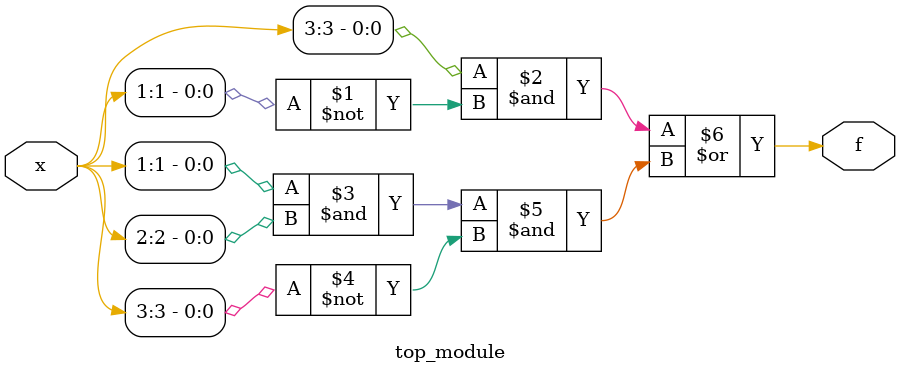
<source format=v>
module top_module (
    input [4:1] x, 
    output f );
    assign f=x[3]&~x[1]|x[1]&x[2]&~x[3];

endmodule

</source>
